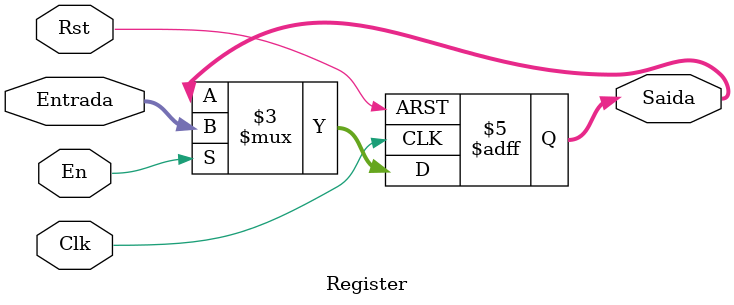
<source format=v>
module Register(Saida,Entrada,Clk,En,Rst);

	output reg[31:0] Saida;
	input[31:0] Entrada;
	input Clk, En, Rst;
	
	always @(posedge Clk or posedge Rst)begin//Talvez precise trocar o reset pra sincrono dependendo da FPGA escolhida
		if(Rst)begin
			Saida <= 32'd0;
		end
		else begin
			if(En)begin
				Saida <= Entrada;
			end
			else begin
				Saida <= Saida;
			end 
		end
	end

endmodule
//

</source>
